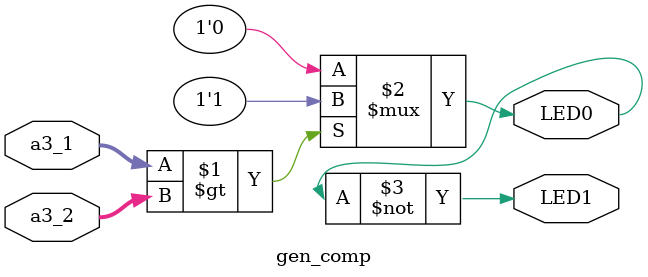
<source format=v>
`timescale 1ns / 1ps


module gen_comp(
    input [15:0]    a3_1,
    input [15:0]    a3_2,
    output          LED0,
    output          LED1
    );

    assign LED0 = (a3_1 > a3_2) ? 1'b1 : 1'b0;
    assign LED1 = ~LED0;    
endmodule

</source>
